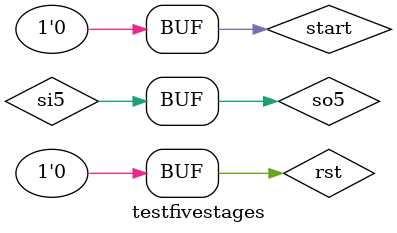
<source format=v>
module testfivestages;
    reg start, rst;
    wire pi1, si1, po1, so1, f1;
    wire pi2, si2, po2, so2, f2;
    wire pi3, si3, po3, so3, f3;
    wire pi4, si4, po4, so4, f4;
    wire pi5, si5, po5, so5, f5;

    q_stage stage1(start, rst, pi1, si1, po1, so1, f1);
    q_stage stage2(start, rst, pi2, si2, po2, so2, f2);
    q_stage stage3(start, rst, pi3, si3, po3, so3, f3);
    q_stage stage4(start, rst, pi4, si4, po4, so4, f4);
    q_stage stage5(start, rst, pi5, si5, po5, so5, f5);

    buf
        (pi2, so1),
        (si1, po2),
        (pi3, so2),
        (si2, po3),
        (pi4, so3),
        (si3, po4),
        (pi5, so4),
        (si4, po5);
    buf
    #10 (si5, so5);
    not
    #10 (pi1, po1);

    initial
        begin 
            $dumpfile("testfivestages.vcd");
            $dumpvars(0,testfivestages);
            #0      start=1; rst=1;
            #20     start=0; rst=1;
            #20     start=0; rst=0;
        end

endmodule // testqstage

</source>
